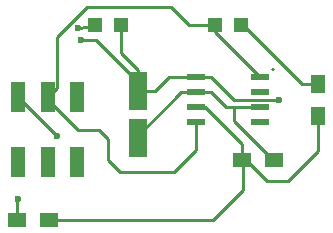
<source format=gtl>
G04 #@! TF.FileFunction,Copper,L1,Top,Signal*
%FSLAX46Y46*%
G04 Gerber Fmt 4.6, Leading zero omitted, Abs format (unit mm)*
G04 Created by KiCad (PCBNEW 4.0.6) date 05/11/17 00:54:59*
%MOMM*%
%LPD*%
G01*
G04 APERTURE LIST*
%ADD10C,0.100000*%
%ADD11R,1.500000X3.200000*%
%ADD12R,1.200000X1.200000*%
%ADD13R,1.500000X1.300000*%
%ADD14R,1.300000X1.500000*%
%ADD15R,1.550000X0.600000*%
%ADD16R,1.200000X2.500000*%
%ADD17C,0.600000*%
%ADD18C,0.250000*%
G04 APERTURE END LIST*
D10*
D11*
X146050000Y-102330000D03*
X146050000Y-98330000D03*
D12*
X152570000Y-92710000D03*
X154770000Y-92710000D03*
X142410000Y-92710000D03*
X144610000Y-92710000D03*
D13*
X154860000Y-104140000D03*
X157560000Y-104140000D03*
D14*
X161290000Y-97710000D03*
X161290000Y-100410000D03*
D13*
X138510000Y-109220000D03*
X135810000Y-109220000D03*
D15*
X150970000Y-97155000D03*
X150970000Y-98425000D03*
X150970000Y-99695000D03*
X150970000Y-100965000D03*
X156370000Y-100965000D03*
X156370000Y-99695000D03*
X156370000Y-98425000D03*
X156370000Y-97155000D03*
D16*
X138430000Y-98850000D03*
X140930000Y-98850000D03*
X135930000Y-98850000D03*
X140930000Y-104350000D03*
X138430000Y-104350000D03*
X135930000Y-104350000D03*
D17*
X141224000Y-93980000D03*
X157988000Y-99060000D03*
X140970000Y-92964000D03*
X135890000Y-107442000D03*
X139192000Y-102108000D03*
D18*
X157480000Y-96440000D02*
X157400000Y-96440000D01*
X146050000Y-98330000D02*
X146050000Y-97536000D01*
X146050000Y-97536000D02*
X142494000Y-93980000D01*
X142494000Y-93980000D02*
X141224000Y-93980000D01*
X150970000Y-97155000D02*
X152273000Y-97155000D01*
X154178000Y-99060000D02*
X157988000Y-99060000D01*
X152273000Y-97155000D02*
X154178000Y-99060000D01*
X146050000Y-98330000D02*
X147542000Y-98330000D01*
X148717000Y-97155000D02*
X150970000Y-97155000D01*
X147542000Y-98330000D02*
X148717000Y-97155000D01*
X146050000Y-98330000D02*
X146050000Y-96520000D01*
X144610000Y-95080000D02*
X144610000Y-92710000D01*
X146050000Y-96520000D02*
X144610000Y-95080000D01*
X138430000Y-98850000D02*
X138430000Y-99060000D01*
X138430000Y-99060000D02*
X140970000Y-101600000D01*
X150970000Y-103284000D02*
X150970000Y-100965000D01*
X149098000Y-105156000D02*
X150970000Y-103284000D01*
X144526000Y-105156000D02*
X149098000Y-105156000D01*
X143510000Y-104140000D02*
X144526000Y-105156000D01*
X143510000Y-102362000D02*
X143510000Y-104140000D01*
X142748000Y-101600000D02*
X143510000Y-102362000D01*
X140970000Y-101600000D02*
X142748000Y-101600000D01*
X152570000Y-92710000D02*
X150368000Y-92710000D01*
X139192000Y-98088000D02*
X138430000Y-98850000D01*
X139192000Y-93726000D02*
X139192000Y-98088000D01*
X141732000Y-91186000D02*
X139192000Y-93726000D01*
X148844000Y-91186000D02*
X141732000Y-91186000D01*
X150368000Y-92710000D02*
X148844000Y-91186000D01*
X152570000Y-92710000D02*
X152570000Y-93355000D01*
X152570000Y-93355000D02*
X156370000Y-97155000D01*
X154178000Y-99695000D02*
X154178000Y-100838000D01*
X154178000Y-100838000D02*
X157480000Y-104140000D01*
X157480000Y-104140000D02*
X157560000Y-104140000D01*
X154178000Y-99695000D02*
X156370000Y-99695000D01*
X157560000Y-104140000D02*
X157480000Y-104140000D01*
X157480000Y-104140000D02*
X154178000Y-100838000D01*
X154178000Y-100838000D02*
X154178000Y-99822000D01*
X150970000Y-98425000D02*
X152273000Y-98425000D01*
X153543000Y-99695000D02*
X154178000Y-99695000D01*
X152273000Y-98425000D02*
X153543000Y-99695000D01*
X146050000Y-102330000D02*
X146050000Y-102108000D01*
X146050000Y-102108000D02*
X149733000Y-98425000D01*
X149733000Y-98425000D02*
X150970000Y-98425000D01*
X146050000Y-102330000D02*
X146050000Y-101600000D01*
X154770000Y-92710000D02*
X154940000Y-92710000D01*
X154940000Y-92710000D02*
X159940000Y-97710000D01*
X159940000Y-97710000D02*
X161290000Y-97710000D01*
X142410000Y-92710000D02*
X142410000Y-92794000D01*
X142410000Y-92794000D02*
X140970000Y-92964000D01*
X135890000Y-107442000D02*
X135810000Y-107522000D01*
X135810000Y-107522000D02*
X135810000Y-109220000D01*
X154860000Y-104140000D02*
X155194000Y-104140000D01*
X155194000Y-104140000D02*
X156972000Y-105918000D01*
X161290000Y-103378000D02*
X161290000Y-100410000D01*
X158750000Y-105918000D02*
X161290000Y-103378000D01*
X156972000Y-105918000D02*
X158750000Y-105918000D01*
X154860000Y-104140000D02*
X154860000Y-102790000D01*
X151765000Y-99695000D02*
X150970000Y-99695000D01*
X154860000Y-102790000D02*
X151765000Y-99695000D01*
X138510000Y-109220000D02*
X149860000Y-109220000D01*
X154940000Y-106680000D02*
X154940000Y-104220000D01*
X152400000Y-109220000D02*
X154940000Y-106680000D01*
X149860000Y-109220000D02*
X152400000Y-109220000D01*
X154940000Y-104220000D02*
X154860000Y-104140000D01*
X135930000Y-98850000D02*
X135934000Y-98850000D01*
X135934000Y-98850000D02*
X139192000Y-102108000D01*
M02*

</source>
